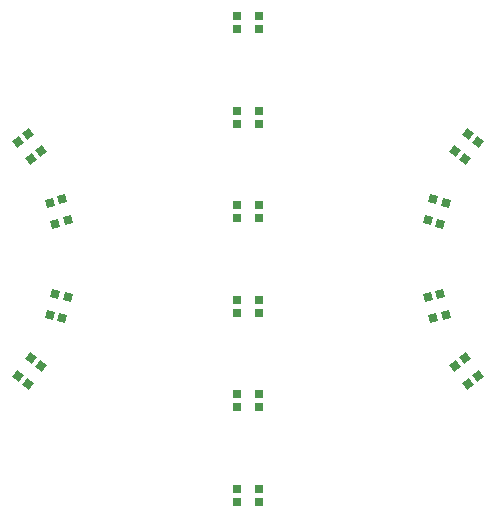
<source format=gbr>
%TF.GenerationSoftware,KiCad,Pcbnew,8.0.8*%
%TF.CreationDate,2025-02-21T18:34:30-05:00*%
%TF.ProjectId,pcb_tile_game,7063625f-7469-46c6-955f-67616d652e6b,0.1*%
%TF.SameCoordinates,Original*%
%TF.FileFunction,Paste,Bot*%
%TF.FilePolarity,Positive*%
%FSLAX46Y46*%
G04 Gerber Fmt 4.6, Leading zero omitted, Abs format (unit mm)*
G04 Created by KiCad (PCBNEW 8.0.8) date 2025-02-21 18:34:30*
%MOMM*%
%LPD*%
G01*
G04 APERTURE LIST*
G04 Aperture macros list*
%AMRotRect*
0 Rectangle, with rotation*
0 The origin of the aperture is its center*
0 $1 length*
0 $2 width*
0 $3 Rotation angle, in degrees counterclockwise*
0 Add horizontal line*
21,1,$1,$2,0,0,$3*%
G04 Aperture macros list end*
%ADD10R,0.700000X0.700000*%
%ADD11RotRect,0.700000X0.700000X255.000000*%
%ADD12RotRect,0.700000X0.700000X308.000000*%
%ADD13RotRect,0.700000X0.700000X285.000000*%
%ADD14RotRect,0.700000X0.700000X232.000000*%
G04 APERTURE END LIST*
D10*
%TO.C,D5*%
X140975000Y-67450000D03*
X140975000Y-68550000D03*
X139145000Y-68550000D03*
X139145000Y-67450000D03*
%TD*%
%TO.C,D6*%
X140975000Y-59450000D03*
X140975000Y-60550000D03*
X139145000Y-60550000D03*
X139145000Y-59450000D03*
%TD*%
D11*
%TO.C,D9*%
X155765561Y-74973827D03*
X156828077Y-75258528D03*
X156354439Y-77026173D03*
X155291923Y-76741472D03*
%TD*%
D10*
%TO.C,D2*%
X140975000Y-91450000D03*
X140975000Y-92550000D03*
X139145000Y-92550000D03*
X139145000Y-91450000D03*
%TD*%
D12*
%TO.C,D14*%
X120563264Y-70117584D03*
X121430075Y-69440356D03*
X122556736Y-70882416D03*
X121689925Y-71559644D03*
%TD*%
D10*
%TO.C,D1*%
X140975000Y-99450000D03*
X140975000Y-100550000D03*
X139145000Y-100550000D03*
X139145000Y-99450000D03*
%TD*%
D13*
%TO.C,D13*%
X123291921Y-75258528D03*
X124354440Y-74973827D03*
X124828079Y-76741472D03*
X123765560Y-77026173D03*
%TD*%
D10*
%TO.C,D3*%
X140975000Y-83450000D03*
X140975000Y-84550000D03*
X139145000Y-84550000D03*
X139145000Y-83450000D03*
%TD*%
D13*
%TO.C,D8*%
X155291921Y-83258528D03*
X156354440Y-82973827D03*
X156828079Y-84741472D03*
X155765560Y-85026173D03*
%TD*%
D12*
%TO.C,D7*%
X158689924Y-90559644D03*
X159556736Y-89882416D03*
X158430076Y-88440356D03*
X157563264Y-89117584D03*
%TD*%
D10*
%TO.C,D4*%
X140975000Y-75450000D03*
X140975000Y-76550000D03*
X139145000Y-76550000D03*
X139145000Y-75450000D03*
%TD*%
D11*
%TO.C,D12*%
X123765560Y-82973827D03*
X124828079Y-83258528D03*
X124354440Y-85026173D03*
X123291921Y-84741472D03*
%TD*%
D14*
%TO.C,D11*%
X121689924Y-88440356D03*
X122556736Y-89117584D03*
X121430076Y-90559644D03*
X120563264Y-89882416D03*
%TD*%
%TO.C,D10*%
X157563264Y-70882416D03*
X158430075Y-71559644D03*
X159556736Y-70117584D03*
X158689925Y-69440356D03*
%TD*%
M02*

</source>
